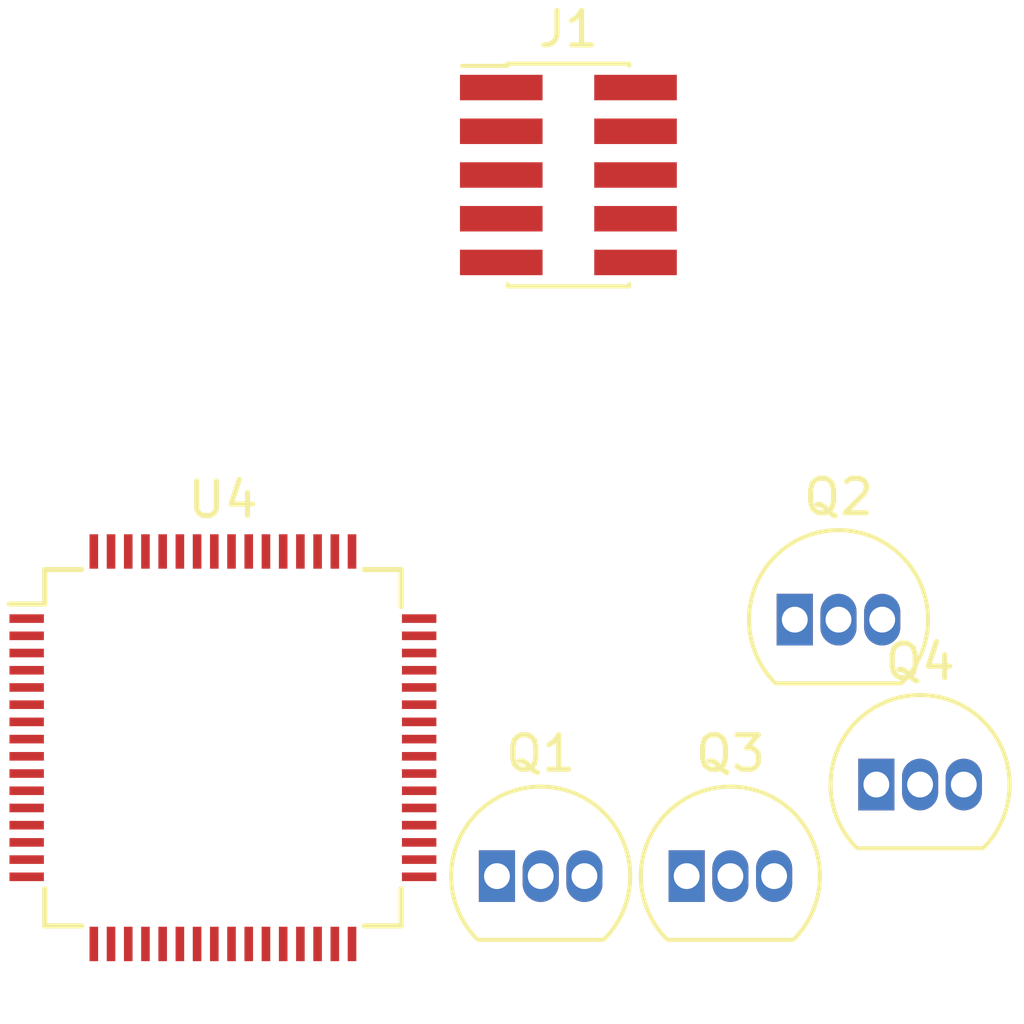
<source format=kicad_pcb>
(kicad_pcb (version 20171130) (host pcbnew "(5.0.1)-4")

  (general
    (thickness 1.6)
    (drawings 0)
    (tracks 0)
    (zones 0)
    (modules 6)
    (nets 83)
  )

  (page A4)
  (layers
    (0 F.Cu signal)
    (31 B.Cu signal)
    (32 B.Adhes user)
    (33 F.Adhes user)
    (34 B.Paste user)
    (35 F.Paste user)
    (36 B.SilkS user)
    (37 F.SilkS user)
    (38 B.Mask user)
    (39 F.Mask user)
    (40 Dwgs.User user)
    (41 Cmts.User user)
    (42 Eco1.User user)
    (43 Eco2.User user)
    (44 Edge.Cuts user)
    (45 Margin user)
    (46 B.CrtYd user)
    (47 F.CrtYd user)
    (48 B.Fab user)
    (49 F.Fab user)
  )

  (setup
    (last_trace_width 0.25)
    (trace_clearance 0.2)
    (zone_clearance 0.508)
    (zone_45_only no)
    (trace_min 0.2)
    (segment_width 0.2)
    (edge_width 0.1)
    (via_size 0.8)
    (via_drill 0.4)
    (via_min_size 0.4)
    (via_min_drill 0.3)
    (uvia_size 0.3)
    (uvia_drill 0.1)
    (uvias_allowed no)
    (uvia_min_size 0.2)
    (uvia_min_drill 0.1)
    (pcb_text_width 0.3)
    (pcb_text_size 1.5 1.5)
    (mod_edge_width 0.15)
    (mod_text_size 1 1)
    (mod_text_width 0.15)
    (pad_size 1.5 1.5)
    (pad_drill 0.6)
    (pad_to_mask_clearance 0)
    (solder_mask_min_width 0.25)
    (aux_axis_origin 0 0)
    (visible_elements 7FFFFFFF)
    (pcbplotparams
      (layerselection 0x010fc_ffffffff)
      (usegerberextensions false)
      (usegerberattributes false)
      (usegerberadvancedattributes false)
      (creategerberjobfile false)
      (excludeedgelayer true)
      (linewidth 0.100000)
      (plotframeref false)
      (viasonmask false)
      (mode 1)
      (useauxorigin false)
      (hpglpennumber 1)
      (hpglpenspeed 20)
      (hpglpendiameter 15.000000)
      (psnegative false)
      (psa4output false)
      (plotreference true)
      (plotvalue true)
      (plotinvisibletext false)
      (padsonsilk false)
      (subtractmaskfromsilk false)
      (outputformat 1)
      (mirror false)
      (drillshape 1)
      (scaleselection 1)
      (outputdirectory ""))
  )

  (net 0 "")
  (net 1 "Net-(J1-Pad1)")
  (net 2 "Net-(J1-Pad2)")
  (net 3 "Net-(J1-Pad3)")
  (net 4 "Net-(J1-Pad4)")
  (net 5 "Net-(J1-Pad6)")
  (net 6 "Net-(J1-Pad7)")
  (net 7 "Net-(J1-Pad8)")
  (net 8 "Net-(J1-Pad9)")
  (net 9 "Net-(J1-Pad10)")
  (net 10 "Net-(Q1-Pad2)")
  (net 11 "Net-(Q1-Pad3)")
  (net 12 "Net-(D3-Pad2)")
  (net 13 "Net-(D2-Pad2)")
  (net 14 "Net-(Q2-Pad3)")
  (net 15 "Net-(Q2-Pad2)")
  (net 16 "Net-(Q3-Pad3)")
  (net 17 "Net-(Q3-Pad2)")
  (net 18 GND)
  (net 19 "Net-(U4-Pad1)")
  (net 20 "Net-(U4-Pad2)")
  (net 21 "Net-(U4-Pad3)")
  (net 22 "Net-(U4-Pad4)")
  (net 23 "Net-(U4-Pad5)")
  (net 24 "Net-(U4-Pad6)")
  (net 25 "Net-(U4-Pad7)")
  (net 26 "Net-(U4-Pad8)")
  (net 27 "Net-(U4-Pad9)")
  (net 28 "Net-(U4-Pad10)")
  (net 29 "Net-(U4-Pad11)")
  (net 30 "Net-(U4-Pad12)")
  (net 31 "Net-(U4-Pad13)")
  (net 32 "Net-(U4-Pad14)")
  (net 33 "Net-(U4-Pad15)")
  (net 34 "Net-(U4-Pad16)")
  (net 35 "Net-(U4-Pad17)")
  (net 36 "Net-(U4-Pad18)")
  (net 37 "Net-(U4-Pad19)")
  (net 38 "Net-(U4-Pad20)")
  (net 39 "Net-(U4-Pad21)")
  (net 40 "Net-(U4-Pad22)")
  (net 41 "Net-(U4-Pad23)")
  (net 42 "Net-(U4-Pad24)")
  (net 43 "Net-(U4-Pad25)")
  (net 44 "Net-(U4-Pad26)")
  (net 45 "Net-(U4-Pad27)")
  (net 46 "Net-(U4-Pad28)")
  (net 47 "Net-(U4-Pad29)")
  (net 48 "Net-(U4-Pad30)")
  (net 49 "Net-(U4-Pad31)")
  (net 50 "Net-(U4-Pad32)")
  (net 51 "Net-(U4-Pad33)")
  (net 52 "Net-(U4-Pad34)")
  (net 53 "Net-(U4-Pad35)")
  (net 54 "Net-(U4-Pad36)")
  (net 55 "Net-(U4-Pad37)")
  (net 56 "Net-(U4-Pad38)")
  (net 57 "Net-(U4-Pad39)")
  (net 58 "Net-(U4-Pad40)")
  (net 59 "Net-(U4-Pad41)")
  (net 60 "Net-(U4-Pad42)")
  (net 61 "Net-(U4-Pad43)")
  (net 62 "Net-(U4-Pad44)")
  (net 63 "Net-(U4-Pad45)")
  (net 64 "Net-(U4-Pad46)")
  (net 65 "Net-(U4-Pad47)")
  (net 66 "Net-(U4-Pad48)")
  (net 67 "Net-(U4-Pad49)")
  (net 68 "Net-(U4-Pad50)")
  (net 69 "Net-(U4-Pad51)")
  (net 70 "Net-(U4-Pad52)")
  (net 71 "Net-(U4-Pad53)")
  (net 72 "Net-(U4-Pad54)")
  (net 73 "Net-(U4-Pad55)")
  (net 74 "Net-(U4-Pad56)")
  (net 75 "Net-(U4-Pad57)")
  (net 76 "Net-(U4-Pad58)")
  (net 77 "Net-(U4-Pad59)")
  (net 78 "Net-(U4-Pad60)")
  (net 79 "Net-(U4-Pad61)")
  (net 80 "Net-(U4-Pad62)")
  (net 81 "Net-(U4-Pad63)")
  (net 82 "Net-(U4-Pad64)")

  (net_class Default "This is the default net class."
    (clearance 0.2)
    (trace_width 0.25)
    (via_dia 0.8)
    (via_drill 0.4)
    (uvia_dia 0.3)
    (uvia_drill 0.1)
    (add_net GND)
    (add_net "Net-(D2-Pad2)")
    (add_net "Net-(D3-Pad2)")
    (add_net "Net-(J1-Pad1)")
    (add_net "Net-(J1-Pad10)")
    (add_net "Net-(J1-Pad2)")
    (add_net "Net-(J1-Pad3)")
    (add_net "Net-(J1-Pad4)")
    (add_net "Net-(J1-Pad6)")
    (add_net "Net-(J1-Pad7)")
    (add_net "Net-(J1-Pad8)")
    (add_net "Net-(J1-Pad9)")
    (add_net "Net-(Q1-Pad2)")
    (add_net "Net-(Q1-Pad3)")
    (add_net "Net-(Q2-Pad2)")
    (add_net "Net-(Q2-Pad3)")
    (add_net "Net-(Q3-Pad2)")
    (add_net "Net-(Q3-Pad3)")
    (add_net "Net-(U4-Pad1)")
    (add_net "Net-(U4-Pad10)")
    (add_net "Net-(U4-Pad11)")
    (add_net "Net-(U4-Pad12)")
    (add_net "Net-(U4-Pad13)")
    (add_net "Net-(U4-Pad14)")
    (add_net "Net-(U4-Pad15)")
    (add_net "Net-(U4-Pad16)")
    (add_net "Net-(U4-Pad17)")
    (add_net "Net-(U4-Pad18)")
    (add_net "Net-(U4-Pad19)")
    (add_net "Net-(U4-Pad2)")
    (add_net "Net-(U4-Pad20)")
    (add_net "Net-(U4-Pad21)")
    (add_net "Net-(U4-Pad22)")
    (add_net "Net-(U4-Pad23)")
    (add_net "Net-(U4-Pad24)")
    (add_net "Net-(U4-Pad25)")
    (add_net "Net-(U4-Pad26)")
    (add_net "Net-(U4-Pad27)")
    (add_net "Net-(U4-Pad28)")
    (add_net "Net-(U4-Pad29)")
    (add_net "Net-(U4-Pad3)")
    (add_net "Net-(U4-Pad30)")
    (add_net "Net-(U4-Pad31)")
    (add_net "Net-(U4-Pad32)")
    (add_net "Net-(U4-Pad33)")
    (add_net "Net-(U4-Pad34)")
    (add_net "Net-(U4-Pad35)")
    (add_net "Net-(U4-Pad36)")
    (add_net "Net-(U4-Pad37)")
    (add_net "Net-(U4-Pad38)")
    (add_net "Net-(U4-Pad39)")
    (add_net "Net-(U4-Pad4)")
    (add_net "Net-(U4-Pad40)")
    (add_net "Net-(U4-Pad41)")
    (add_net "Net-(U4-Pad42)")
    (add_net "Net-(U4-Pad43)")
    (add_net "Net-(U4-Pad44)")
    (add_net "Net-(U4-Pad45)")
    (add_net "Net-(U4-Pad46)")
    (add_net "Net-(U4-Pad47)")
    (add_net "Net-(U4-Pad48)")
    (add_net "Net-(U4-Pad49)")
    (add_net "Net-(U4-Pad5)")
    (add_net "Net-(U4-Pad50)")
    (add_net "Net-(U4-Pad51)")
    (add_net "Net-(U4-Pad52)")
    (add_net "Net-(U4-Pad53)")
    (add_net "Net-(U4-Pad54)")
    (add_net "Net-(U4-Pad55)")
    (add_net "Net-(U4-Pad56)")
    (add_net "Net-(U4-Pad57)")
    (add_net "Net-(U4-Pad58)")
    (add_net "Net-(U4-Pad59)")
    (add_net "Net-(U4-Pad6)")
    (add_net "Net-(U4-Pad60)")
    (add_net "Net-(U4-Pad61)")
    (add_net "Net-(U4-Pad62)")
    (add_net "Net-(U4-Pad63)")
    (add_net "Net-(U4-Pad64)")
    (add_net "Net-(U4-Pad7)")
    (add_net "Net-(U4-Pad8)")
    (add_net "Net-(U4-Pad9)")
  )

  (module Connector_PinHeader_1.27mm:PinHeader_2x05_P1.27mm_Vertical_SMD (layer F.Cu) (tedit 59FED6E3) (tstamp 5DC1E348)
    (at 144.78 72.39)
    (descr "surface-mounted straight pin header, 2x05, 1.27mm pitch, double rows")
    (tags "Surface mounted pin header SMD 2x05 1.27mm double row")
    (path /5DBDB46B)
    (attr smd)
    (fp_text reference J1 (at 0 -4.235) (layer F.SilkS)
      (effects (font (size 1 1) (thickness 0.15)))
    )
    (fp_text value Conn_ARM_JTAG_SWD_10 (at 0 4.235) (layer F.Fab)
      (effects (font (size 1 1) (thickness 0.15)))
    )
    (fp_line (start 1.705 3.175) (end -1.705 3.175) (layer F.Fab) (width 0.1))
    (fp_line (start -1.27 -3.175) (end 1.705 -3.175) (layer F.Fab) (width 0.1))
    (fp_line (start -1.705 3.175) (end -1.705 -2.74) (layer F.Fab) (width 0.1))
    (fp_line (start -1.705 -2.74) (end -1.27 -3.175) (layer F.Fab) (width 0.1))
    (fp_line (start 1.705 -3.175) (end 1.705 3.175) (layer F.Fab) (width 0.1))
    (fp_line (start -1.705 -2.74) (end -2.75 -2.74) (layer F.Fab) (width 0.1))
    (fp_line (start -2.75 -2.74) (end -2.75 -2.34) (layer F.Fab) (width 0.1))
    (fp_line (start -2.75 -2.34) (end -1.705 -2.34) (layer F.Fab) (width 0.1))
    (fp_line (start 1.705 -2.74) (end 2.75 -2.74) (layer F.Fab) (width 0.1))
    (fp_line (start 2.75 -2.74) (end 2.75 -2.34) (layer F.Fab) (width 0.1))
    (fp_line (start 2.75 -2.34) (end 1.705 -2.34) (layer F.Fab) (width 0.1))
    (fp_line (start -1.705 -1.47) (end -2.75 -1.47) (layer F.Fab) (width 0.1))
    (fp_line (start -2.75 -1.47) (end -2.75 -1.07) (layer F.Fab) (width 0.1))
    (fp_line (start -2.75 -1.07) (end -1.705 -1.07) (layer F.Fab) (width 0.1))
    (fp_line (start 1.705 -1.47) (end 2.75 -1.47) (layer F.Fab) (width 0.1))
    (fp_line (start 2.75 -1.47) (end 2.75 -1.07) (layer F.Fab) (width 0.1))
    (fp_line (start 2.75 -1.07) (end 1.705 -1.07) (layer F.Fab) (width 0.1))
    (fp_line (start -1.705 -0.2) (end -2.75 -0.2) (layer F.Fab) (width 0.1))
    (fp_line (start -2.75 -0.2) (end -2.75 0.2) (layer F.Fab) (width 0.1))
    (fp_line (start -2.75 0.2) (end -1.705 0.2) (layer F.Fab) (width 0.1))
    (fp_line (start 1.705 -0.2) (end 2.75 -0.2) (layer F.Fab) (width 0.1))
    (fp_line (start 2.75 -0.2) (end 2.75 0.2) (layer F.Fab) (width 0.1))
    (fp_line (start 2.75 0.2) (end 1.705 0.2) (layer F.Fab) (width 0.1))
    (fp_line (start -1.705 1.07) (end -2.75 1.07) (layer F.Fab) (width 0.1))
    (fp_line (start -2.75 1.07) (end -2.75 1.47) (layer F.Fab) (width 0.1))
    (fp_line (start -2.75 1.47) (end -1.705 1.47) (layer F.Fab) (width 0.1))
    (fp_line (start 1.705 1.07) (end 2.75 1.07) (layer F.Fab) (width 0.1))
    (fp_line (start 2.75 1.07) (end 2.75 1.47) (layer F.Fab) (width 0.1))
    (fp_line (start 2.75 1.47) (end 1.705 1.47) (layer F.Fab) (width 0.1))
    (fp_line (start -1.705 2.34) (end -2.75 2.34) (layer F.Fab) (width 0.1))
    (fp_line (start -2.75 2.34) (end -2.75 2.74) (layer F.Fab) (width 0.1))
    (fp_line (start -2.75 2.74) (end -1.705 2.74) (layer F.Fab) (width 0.1))
    (fp_line (start 1.705 2.34) (end 2.75 2.34) (layer F.Fab) (width 0.1))
    (fp_line (start 2.75 2.34) (end 2.75 2.74) (layer F.Fab) (width 0.1))
    (fp_line (start 2.75 2.74) (end 1.705 2.74) (layer F.Fab) (width 0.1))
    (fp_line (start -1.765 -3.235) (end 1.765 -3.235) (layer F.SilkS) (width 0.12))
    (fp_line (start -1.765 3.235) (end 1.765 3.235) (layer F.SilkS) (width 0.12))
    (fp_line (start -3.09 -3.17) (end -1.765 -3.17) (layer F.SilkS) (width 0.12))
    (fp_line (start -1.765 -3.235) (end -1.765 -3.17) (layer F.SilkS) (width 0.12))
    (fp_line (start 1.765 -3.235) (end 1.765 -3.17) (layer F.SilkS) (width 0.12))
    (fp_line (start -1.765 3.17) (end -1.765 3.235) (layer F.SilkS) (width 0.12))
    (fp_line (start 1.765 3.17) (end 1.765 3.235) (layer F.SilkS) (width 0.12))
    (fp_line (start -4.3 -3.7) (end -4.3 3.7) (layer F.CrtYd) (width 0.05))
    (fp_line (start -4.3 3.7) (end 4.3 3.7) (layer F.CrtYd) (width 0.05))
    (fp_line (start 4.3 3.7) (end 4.3 -3.7) (layer F.CrtYd) (width 0.05))
    (fp_line (start 4.3 -3.7) (end -4.3 -3.7) (layer F.CrtYd) (width 0.05))
    (fp_text user %R (at 0 0 90) (layer F.Fab)
      (effects (font (size 1 1) (thickness 0.15)))
    )
    (pad 1 smd rect (at -1.95 -2.54) (size 2.4 0.74) (layers F.Cu F.Paste F.Mask)
      (net 1 "Net-(J1-Pad1)"))
    (pad 2 smd rect (at 1.95 -2.54) (size 2.4 0.74) (layers F.Cu F.Paste F.Mask)
      (net 2 "Net-(J1-Pad2)"))
    (pad 3 smd rect (at -1.95 -1.27) (size 2.4 0.74) (layers F.Cu F.Paste F.Mask)
      (net 3 "Net-(J1-Pad3)"))
    (pad 4 smd rect (at 1.95 -1.27) (size 2.4 0.74) (layers F.Cu F.Paste F.Mask)
      (net 4 "Net-(J1-Pad4)"))
    (pad 5 smd rect (at -1.95 0) (size 2.4 0.74) (layers F.Cu F.Paste F.Mask)
      (net 3 "Net-(J1-Pad3)"))
    (pad 6 smd rect (at 1.95 0) (size 2.4 0.74) (layers F.Cu F.Paste F.Mask)
      (net 5 "Net-(J1-Pad6)"))
    (pad 7 smd rect (at -1.95 1.27) (size 2.4 0.74) (layers F.Cu F.Paste F.Mask)
      (net 6 "Net-(J1-Pad7)"))
    (pad 8 smd rect (at 1.95 1.27) (size 2.4 0.74) (layers F.Cu F.Paste F.Mask)
      (net 7 "Net-(J1-Pad8)"))
    (pad 9 smd rect (at -1.95 2.54) (size 2.4 0.74) (layers F.Cu F.Paste F.Mask)
      (net 8 "Net-(J1-Pad9)"))
    (pad 10 smd rect (at 1.95 2.54) (size 2.4 0.74) (layers F.Cu F.Paste F.Mask)
      (net 9 "Net-(J1-Pad10)"))
    (model ${KISYS3DMOD}/Connector_PinHeader_1.27mm.3dshapes/PinHeader_2x05_P1.27mm_Vertical_SMD.wrl
      (at (xyz 0 0 0))
      (scale (xyz 1 1 1))
      (rotate (xyz 0 0 0))
    )
  )

  (module Package_TO_SOT_THT:TO-92_Inline (layer F.Cu) (tedit 5A1DD157) (tstamp 5DC1E35A)
    (at 142.705001 92.755001)
    (descr "TO-92 leads in-line, narrow, oval pads, drill 0.75mm (see NXP sot054_po.pdf)")
    (tags "to-92 sc-43 sc-43a sot54 PA33 transistor")
    (path /5DC24BED)
    (fp_text reference Q1 (at 1.27 -3.56) (layer F.SilkS)
      (effects (font (size 1 1) (thickness 0.15)))
    )
    (fp_text value 2N3904 (at 1.27 2.79) (layer F.Fab)
      (effects (font (size 1 1) (thickness 0.15)))
    )
    (fp_text user %R (at 1.27 -3.56) (layer F.Fab)
      (effects (font (size 1 1) (thickness 0.15)))
    )
    (fp_line (start -0.53 1.85) (end 3.07 1.85) (layer F.SilkS) (width 0.12))
    (fp_line (start -0.5 1.75) (end 3 1.75) (layer F.Fab) (width 0.1))
    (fp_line (start -1.46 -2.73) (end 4 -2.73) (layer F.CrtYd) (width 0.05))
    (fp_line (start -1.46 -2.73) (end -1.46 2.01) (layer F.CrtYd) (width 0.05))
    (fp_line (start 4 2.01) (end 4 -2.73) (layer F.CrtYd) (width 0.05))
    (fp_line (start 4 2.01) (end -1.46 2.01) (layer F.CrtYd) (width 0.05))
    (fp_arc (start 1.27 0) (end 1.27 -2.48) (angle 135) (layer F.Fab) (width 0.1))
    (fp_arc (start 1.27 0) (end 1.27 -2.6) (angle -135) (layer F.SilkS) (width 0.12))
    (fp_arc (start 1.27 0) (end 1.27 -2.48) (angle -135) (layer F.Fab) (width 0.1))
    (fp_arc (start 1.27 0) (end 1.27 -2.6) (angle 135) (layer F.SilkS) (width 0.12))
    (pad 2 thru_hole oval (at 1.27 0) (size 1.05 1.5) (drill 0.75) (layers *.Cu *.Mask)
      (net 10 "Net-(Q1-Pad2)"))
    (pad 3 thru_hole oval (at 2.54 0) (size 1.05 1.5) (drill 0.75) (layers *.Cu *.Mask)
      (net 11 "Net-(Q1-Pad3)"))
    (pad 1 thru_hole rect (at 0 0) (size 1.05 1.5) (drill 0.75) (layers *.Cu *.Mask)
      (net 12 "Net-(D3-Pad2)"))
    (model ${KISYS3DMOD}/Package_TO_SOT_THT.3dshapes/TO-92_Inline.wrl
      (at (xyz 0 0 0))
      (scale (xyz 1 1 1))
      (rotate (xyz 0 0 0))
    )
  )

  (module Package_TO_SOT_THT:TO-92_Inline (layer F.Cu) (tedit 5A1DD157) (tstamp 5DC1E36C)
    (at 151.355001 85.305001)
    (descr "TO-92 leads in-line, narrow, oval pads, drill 0.75mm (see NXP sot054_po.pdf)")
    (tags "to-92 sc-43 sc-43a sot54 PA33 transistor")
    (path /5DC1DE67)
    (fp_text reference Q2 (at 1.27 -3.56) (layer F.SilkS)
      (effects (font (size 1 1) (thickness 0.15)))
    )
    (fp_text value 2N3904 (at 1.27 2.79) (layer F.Fab)
      (effects (font (size 1 1) (thickness 0.15)))
    )
    (fp_arc (start 1.27 0) (end 1.27 -2.6) (angle 135) (layer F.SilkS) (width 0.12))
    (fp_arc (start 1.27 0) (end 1.27 -2.48) (angle -135) (layer F.Fab) (width 0.1))
    (fp_arc (start 1.27 0) (end 1.27 -2.6) (angle -135) (layer F.SilkS) (width 0.12))
    (fp_arc (start 1.27 0) (end 1.27 -2.48) (angle 135) (layer F.Fab) (width 0.1))
    (fp_line (start 4 2.01) (end -1.46 2.01) (layer F.CrtYd) (width 0.05))
    (fp_line (start 4 2.01) (end 4 -2.73) (layer F.CrtYd) (width 0.05))
    (fp_line (start -1.46 -2.73) (end -1.46 2.01) (layer F.CrtYd) (width 0.05))
    (fp_line (start -1.46 -2.73) (end 4 -2.73) (layer F.CrtYd) (width 0.05))
    (fp_line (start -0.5 1.75) (end 3 1.75) (layer F.Fab) (width 0.1))
    (fp_line (start -0.53 1.85) (end 3.07 1.85) (layer F.SilkS) (width 0.12))
    (fp_text user %R (at 1.27 -3.56) (layer F.Fab)
      (effects (font (size 1 1) (thickness 0.15)))
    )
    (pad 1 thru_hole rect (at 0 0) (size 1.05 1.5) (drill 0.75) (layers *.Cu *.Mask)
      (net 13 "Net-(D2-Pad2)"))
    (pad 3 thru_hole oval (at 2.54 0) (size 1.05 1.5) (drill 0.75) (layers *.Cu *.Mask)
      (net 14 "Net-(Q2-Pad3)"))
    (pad 2 thru_hole oval (at 1.27 0) (size 1.05 1.5) (drill 0.75) (layers *.Cu *.Mask)
      (net 15 "Net-(Q2-Pad2)"))
    (model ${KISYS3DMOD}/Package_TO_SOT_THT.3dshapes/TO-92_Inline.wrl
      (at (xyz 0 0 0))
      (scale (xyz 1 1 1))
      (rotate (xyz 0 0 0))
    )
  )

  (module Package_TO_SOT_THT:TO-92_Inline (layer F.Cu) (tedit 5A1DD157) (tstamp 5DC1E37E)
    (at 148.215001 92.755001)
    (descr "TO-92 leads in-line, narrow, oval pads, drill 0.75mm (see NXP sot054_po.pdf)")
    (tags "to-92 sc-43 sc-43a sot54 PA33 transistor")
    (path /5DC25E95)
    (fp_text reference Q3 (at 1.27 -3.56) (layer F.SilkS)
      (effects (font (size 1 1) (thickness 0.15)))
    )
    (fp_text value 2N3904 (at 1.27 2.79) (layer F.Fab)
      (effects (font (size 1 1) (thickness 0.15)))
    )
    (fp_arc (start 1.27 0) (end 1.27 -2.6) (angle 135) (layer F.SilkS) (width 0.12))
    (fp_arc (start 1.27 0) (end 1.27 -2.48) (angle -135) (layer F.Fab) (width 0.1))
    (fp_arc (start 1.27 0) (end 1.27 -2.6) (angle -135) (layer F.SilkS) (width 0.12))
    (fp_arc (start 1.27 0) (end 1.27 -2.48) (angle 135) (layer F.Fab) (width 0.1))
    (fp_line (start 4 2.01) (end -1.46 2.01) (layer F.CrtYd) (width 0.05))
    (fp_line (start 4 2.01) (end 4 -2.73) (layer F.CrtYd) (width 0.05))
    (fp_line (start -1.46 -2.73) (end -1.46 2.01) (layer F.CrtYd) (width 0.05))
    (fp_line (start -1.46 -2.73) (end 4 -2.73) (layer F.CrtYd) (width 0.05))
    (fp_line (start -0.5 1.75) (end 3 1.75) (layer F.Fab) (width 0.1))
    (fp_line (start -0.53 1.85) (end 3.07 1.85) (layer F.SilkS) (width 0.12))
    (fp_text user %R (at 1.27 -3.56) (layer F.Fab)
      (effects (font (size 1 1) (thickness 0.15)))
    )
    (pad 1 thru_hole rect (at 0 0) (size 1.05 1.5) (drill 0.75) (layers *.Cu *.Mask)
      (net 11 "Net-(Q1-Pad3)"))
    (pad 3 thru_hole oval (at 2.54 0) (size 1.05 1.5) (drill 0.75) (layers *.Cu *.Mask)
      (net 16 "Net-(Q3-Pad3)"))
    (pad 2 thru_hole oval (at 1.27 0) (size 1.05 1.5) (drill 0.75) (layers *.Cu *.Mask)
      (net 17 "Net-(Q3-Pad2)"))
    (model ${KISYS3DMOD}/Package_TO_SOT_THT.3dshapes/TO-92_Inline.wrl
      (at (xyz 0 0 0))
      (scale (xyz 1 1 1))
      (rotate (xyz 0 0 0))
    )
  )

  (module Package_TO_SOT_THT:TO-92_Inline (layer F.Cu) (tedit 5A1DD157) (tstamp 5DC1E390)
    (at 153.725001 90.095001)
    (descr "TO-92 leads in-line, narrow, oval pads, drill 0.75mm (see NXP sot054_po.pdf)")
    (tags "to-92 sc-43 sc-43a sot54 PA33 transistor")
    (path /5DC2AA61)
    (fp_text reference Q4 (at 1.27 -3.56) (layer F.SilkS)
      (effects (font (size 1 1) (thickness 0.15)))
    )
    (fp_text value 2N3904 (at 1.27 2.79) (layer F.Fab)
      (effects (font (size 1 1) (thickness 0.15)))
    )
    (fp_text user %R (at 1.27 -3.56) (layer F.Fab)
      (effects (font (size 1 1) (thickness 0.15)))
    )
    (fp_line (start -0.53 1.85) (end 3.07 1.85) (layer F.SilkS) (width 0.12))
    (fp_line (start -0.5 1.75) (end 3 1.75) (layer F.Fab) (width 0.1))
    (fp_line (start -1.46 -2.73) (end 4 -2.73) (layer F.CrtYd) (width 0.05))
    (fp_line (start -1.46 -2.73) (end -1.46 2.01) (layer F.CrtYd) (width 0.05))
    (fp_line (start 4 2.01) (end 4 -2.73) (layer F.CrtYd) (width 0.05))
    (fp_line (start 4 2.01) (end -1.46 2.01) (layer F.CrtYd) (width 0.05))
    (fp_arc (start 1.27 0) (end 1.27 -2.48) (angle 135) (layer F.Fab) (width 0.1))
    (fp_arc (start 1.27 0) (end 1.27 -2.6) (angle -135) (layer F.SilkS) (width 0.12))
    (fp_arc (start 1.27 0) (end 1.27 -2.48) (angle -135) (layer F.Fab) (width 0.1))
    (fp_arc (start 1.27 0) (end 1.27 -2.6) (angle 135) (layer F.SilkS) (width 0.12))
    (pad 2 thru_hole oval (at 1.27 0) (size 1.05 1.5) (drill 0.75) (layers *.Cu *.Mask)
      (net 17 "Net-(Q3-Pad2)"))
    (pad 3 thru_hole oval (at 2.54 0) (size 1.05 1.5) (drill 0.75) (layers *.Cu *.Mask)
      (net 15 "Net-(Q2-Pad2)"))
    (pad 1 thru_hole rect (at 0 0) (size 1.05 1.5) (drill 0.75) (layers *.Cu *.Mask)
      (net 18 GND))
    (model ${KISYS3DMOD}/Package_TO_SOT_THT.3dshapes/TO-92_Inline.wrl
      (at (xyz 0 0 0))
      (scale (xyz 1 1 1))
      (rotate (xyz 0 0 0))
    )
  )

  (module Package_QFP:LQFP-64_10x10mm_P0.5mm (layer F.Cu) (tedit 5A02F146) (tstamp 5DC1E3E7)
    (at 134.745001 89.025001)
    (descr "64 LEAD LQFP 10x10mm (see MICREL LQFP10x10-64LD-PL-1.pdf)")
    (tags "QFP 0.5")
    (path /5DBDB311)
    (attr smd)
    (fp_text reference U4 (at 0 -7.2) (layer F.SilkS)
      (effects (font (size 1 1) (thickness 0.15)))
    )
    (fp_text value STM32F072RBTx (at 0 7.2) (layer F.Fab)
      (effects (font (size 1 1) (thickness 0.15)))
    )
    (fp_text user %R (at 0 0) (layer F.Fab)
      (effects (font (size 1 1) (thickness 0.15)))
    )
    (fp_line (start -4 -5) (end 5 -5) (layer F.Fab) (width 0.15))
    (fp_line (start 5 -5) (end 5 5) (layer F.Fab) (width 0.15))
    (fp_line (start 5 5) (end -5 5) (layer F.Fab) (width 0.15))
    (fp_line (start -5 5) (end -5 -4) (layer F.Fab) (width 0.15))
    (fp_line (start -5 -4) (end -4 -5) (layer F.Fab) (width 0.15))
    (fp_line (start -6.45 -6.45) (end -6.45 6.45) (layer F.CrtYd) (width 0.05))
    (fp_line (start 6.45 -6.45) (end 6.45 6.45) (layer F.CrtYd) (width 0.05))
    (fp_line (start -6.45 -6.45) (end 6.45 -6.45) (layer F.CrtYd) (width 0.05))
    (fp_line (start -6.45 6.45) (end 6.45 6.45) (layer F.CrtYd) (width 0.05))
    (fp_line (start -5.175 -5.175) (end -5.175 -4.175) (layer F.SilkS) (width 0.15))
    (fp_line (start 5.175 -5.175) (end 5.175 -4.1) (layer F.SilkS) (width 0.15))
    (fp_line (start 5.175 5.175) (end 5.175 4.1) (layer F.SilkS) (width 0.15))
    (fp_line (start -5.175 5.175) (end -5.175 4.1) (layer F.SilkS) (width 0.15))
    (fp_line (start -5.175 -5.175) (end -4.1 -5.175) (layer F.SilkS) (width 0.15))
    (fp_line (start -5.175 5.175) (end -4.1 5.175) (layer F.SilkS) (width 0.15))
    (fp_line (start 5.175 5.175) (end 4.1 5.175) (layer F.SilkS) (width 0.15))
    (fp_line (start 5.175 -5.175) (end 4.1 -5.175) (layer F.SilkS) (width 0.15))
    (fp_line (start -5.175 -4.175) (end -6.2 -4.175) (layer F.SilkS) (width 0.15))
    (pad 1 smd rect (at -5.7 -3.75) (size 1 0.25) (layers F.Cu F.Paste F.Mask)
      (net 19 "Net-(U4-Pad1)"))
    (pad 2 smd rect (at -5.7 -3.25) (size 1 0.25) (layers F.Cu F.Paste F.Mask)
      (net 20 "Net-(U4-Pad2)"))
    (pad 3 smd rect (at -5.7 -2.75) (size 1 0.25) (layers F.Cu F.Paste F.Mask)
      (net 21 "Net-(U4-Pad3)"))
    (pad 4 smd rect (at -5.7 -2.25) (size 1 0.25) (layers F.Cu F.Paste F.Mask)
      (net 22 "Net-(U4-Pad4)"))
    (pad 5 smd rect (at -5.7 -1.75) (size 1 0.25) (layers F.Cu F.Paste F.Mask)
      (net 23 "Net-(U4-Pad5)"))
    (pad 6 smd rect (at -5.7 -1.25) (size 1 0.25) (layers F.Cu F.Paste F.Mask)
      (net 24 "Net-(U4-Pad6)"))
    (pad 7 smd rect (at -5.7 -0.75) (size 1 0.25) (layers F.Cu F.Paste F.Mask)
      (net 25 "Net-(U4-Pad7)"))
    (pad 8 smd rect (at -5.7 -0.25) (size 1 0.25) (layers F.Cu F.Paste F.Mask)
      (net 26 "Net-(U4-Pad8)"))
    (pad 9 smd rect (at -5.7 0.25) (size 1 0.25) (layers F.Cu F.Paste F.Mask)
      (net 27 "Net-(U4-Pad9)"))
    (pad 10 smd rect (at -5.7 0.75) (size 1 0.25) (layers F.Cu F.Paste F.Mask)
      (net 28 "Net-(U4-Pad10)"))
    (pad 11 smd rect (at -5.7 1.25) (size 1 0.25) (layers F.Cu F.Paste F.Mask)
      (net 29 "Net-(U4-Pad11)"))
    (pad 12 smd rect (at -5.7 1.75) (size 1 0.25) (layers F.Cu F.Paste F.Mask)
      (net 30 "Net-(U4-Pad12)"))
    (pad 13 smd rect (at -5.7 2.25) (size 1 0.25) (layers F.Cu F.Paste F.Mask)
      (net 31 "Net-(U4-Pad13)"))
    (pad 14 smd rect (at -5.7 2.75) (size 1 0.25) (layers F.Cu F.Paste F.Mask)
      (net 32 "Net-(U4-Pad14)"))
    (pad 15 smd rect (at -5.7 3.25) (size 1 0.25) (layers F.Cu F.Paste F.Mask)
      (net 33 "Net-(U4-Pad15)"))
    (pad 16 smd rect (at -5.7 3.75) (size 1 0.25) (layers F.Cu F.Paste F.Mask)
      (net 34 "Net-(U4-Pad16)"))
    (pad 17 smd rect (at -3.75 5.7 90) (size 1 0.25) (layers F.Cu F.Paste F.Mask)
      (net 35 "Net-(U4-Pad17)"))
    (pad 18 smd rect (at -3.25 5.7 90) (size 1 0.25) (layers F.Cu F.Paste F.Mask)
      (net 36 "Net-(U4-Pad18)"))
    (pad 19 smd rect (at -2.75 5.7 90) (size 1 0.25) (layers F.Cu F.Paste F.Mask)
      (net 37 "Net-(U4-Pad19)"))
    (pad 20 smd rect (at -2.25 5.7 90) (size 1 0.25) (layers F.Cu F.Paste F.Mask)
      (net 38 "Net-(U4-Pad20)"))
    (pad 21 smd rect (at -1.75 5.7 90) (size 1 0.25) (layers F.Cu F.Paste F.Mask)
      (net 39 "Net-(U4-Pad21)"))
    (pad 22 smd rect (at -1.25 5.7 90) (size 1 0.25) (layers F.Cu F.Paste F.Mask)
      (net 40 "Net-(U4-Pad22)"))
    (pad 23 smd rect (at -0.75 5.7 90) (size 1 0.25) (layers F.Cu F.Paste F.Mask)
      (net 41 "Net-(U4-Pad23)"))
    (pad 24 smd rect (at -0.25 5.7 90) (size 1 0.25) (layers F.Cu F.Paste F.Mask)
      (net 42 "Net-(U4-Pad24)"))
    (pad 25 smd rect (at 0.25 5.7 90) (size 1 0.25) (layers F.Cu F.Paste F.Mask)
      (net 43 "Net-(U4-Pad25)"))
    (pad 26 smd rect (at 0.75 5.7 90) (size 1 0.25) (layers F.Cu F.Paste F.Mask)
      (net 44 "Net-(U4-Pad26)"))
    (pad 27 smd rect (at 1.25 5.7 90) (size 1 0.25) (layers F.Cu F.Paste F.Mask)
      (net 45 "Net-(U4-Pad27)"))
    (pad 28 smd rect (at 1.75 5.7 90) (size 1 0.25) (layers F.Cu F.Paste F.Mask)
      (net 46 "Net-(U4-Pad28)"))
    (pad 29 smd rect (at 2.25 5.7 90) (size 1 0.25) (layers F.Cu F.Paste F.Mask)
      (net 47 "Net-(U4-Pad29)"))
    (pad 30 smd rect (at 2.75 5.7 90) (size 1 0.25) (layers F.Cu F.Paste F.Mask)
      (net 48 "Net-(U4-Pad30)"))
    (pad 31 smd rect (at 3.25 5.7 90) (size 1 0.25) (layers F.Cu F.Paste F.Mask)
      (net 49 "Net-(U4-Pad31)"))
    (pad 32 smd rect (at 3.75 5.7 90) (size 1 0.25) (layers F.Cu F.Paste F.Mask)
      (net 50 "Net-(U4-Pad32)"))
    (pad 33 smd rect (at 5.7 3.75) (size 1 0.25) (layers F.Cu F.Paste F.Mask)
      (net 51 "Net-(U4-Pad33)"))
    (pad 34 smd rect (at 5.7 3.25) (size 1 0.25) (layers F.Cu F.Paste F.Mask)
      (net 52 "Net-(U4-Pad34)"))
    (pad 35 smd rect (at 5.7 2.75) (size 1 0.25) (layers F.Cu F.Paste F.Mask)
      (net 53 "Net-(U4-Pad35)"))
    (pad 36 smd rect (at 5.7 2.25) (size 1 0.25) (layers F.Cu F.Paste F.Mask)
      (net 54 "Net-(U4-Pad36)"))
    (pad 37 smd rect (at 5.7 1.75) (size 1 0.25) (layers F.Cu F.Paste F.Mask)
      (net 55 "Net-(U4-Pad37)"))
    (pad 38 smd rect (at 5.7 1.25) (size 1 0.25) (layers F.Cu F.Paste F.Mask)
      (net 56 "Net-(U4-Pad38)"))
    (pad 39 smd rect (at 5.7 0.75) (size 1 0.25) (layers F.Cu F.Paste F.Mask)
      (net 57 "Net-(U4-Pad39)"))
    (pad 40 smd rect (at 5.7 0.25) (size 1 0.25) (layers F.Cu F.Paste F.Mask)
      (net 58 "Net-(U4-Pad40)"))
    (pad 41 smd rect (at 5.7 -0.25) (size 1 0.25) (layers F.Cu F.Paste F.Mask)
      (net 59 "Net-(U4-Pad41)"))
    (pad 42 smd rect (at 5.7 -0.75) (size 1 0.25) (layers F.Cu F.Paste F.Mask)
      (net 60 "Net-(U4-Pad42)"))
    (pad 43 smd rect (at 5.7 -1.25) (size 1 0.25) (layers F.Cu F.Paste F.Mask)
      (net 61 "Net-(U4-Pad43)"))
    (pad 44 smd rect (at 5.7 -1.75) (size 1 0.25) (layers F.Cu F.Paste F.Mask)
      (net 62 "Net-(U4-Pad44)"))
    (pad 45 smd rect (at 5.7 -2.25) (size 1 0.25) (layers F.Cu F.Paste F.Mask)
      (net 63 "Net-(U4-Pad45)"))
    (pad 46 smd rect (at 5.7 -2.75) (size 1 0.25) (layers F.Cu F.Paste F.Mask)
      (net 64 "Net-(U4-Pad46)"))
    (pad 47 smd rect (at 5.7 -3.25) (size 1 0.25) (layers F.Cu F.Paste F.Mask)
      (net 65 "Net-(U4-Pad47)"))
    (pad 48 smd rect (at 5.7 -3.75) (size 1 0.25) (layers F.Cu F.Paste F.Mask)
      (net 66 "Net-(U4-Pad48)"))
    (pad 49 smd rect (at 3.75 -5.7 90) (size 1 0.25) (layers F.Cu F.Paste F.Mask)
      (net 67 "Net-(U4-Pad49)"))
    (pad 50 smd rect (at 3.25 -5.7 90) (size 1 0.25) (layers F.Cu F.Paste F.Mask)
      (net 68 "Net-(U4-Pad50)"))
    (pad 51 smd rect (at 2.75 -5.7 90) (size 1 0.25) (layers F.Cu F.Paste F.Mask)
      (net 69 "Net-(U4-Pad51)"))
    (pad 52 smd rect (at 2.25 -5.7 90) (size 1 0.25) (layers F.Cu F.Paste F.Mask)
      (net 70 "Net-(U4-Pad52)"))
    (pad 53 smd rect (at 1.75 -5.7 90) (size 1 0.25) (layers F.Cu F.Paste F.Mask)
      (net 71 "Net-(U4-Pad53)"))
    (pad 54 smd rect (at 1.25 -5.7 90) (size 1 0.25) (layers F.Cu F.Paste F.Mask)
      (net 72 "Net-(U4-Pad54)"))
    (pad 55 smd rect (at 0.75 -5.7 90) (size 1 0.25) (layers F.Cu F.Paste F.Mask)
      (net 73 "Net-(U4-Pad55)"))
    (pad 56 smd rect (at 0.25 -5.7 90) (size 1 0.25) (layers F.Cu F.Paste F.Mask)
      (net 74 "Net-(U4-Pad56)"))
    (pad 57 smd rect (at -0.25 -5.7 90) (size 1 0.25) (layers F.Cu F.Paste F.Mask)
      (net 75 "Net-(U4-Pad57)"))
    (pad 58 smd rect (at -0.75 -5.7 90) (size 1 0.25) (layers F.Cu F.Paste F.Mask)
      (net 76 "Net-(U4-Pad58)"))
    (pad 59 smd rect (at -1.25 -5.7 90) (size 1 0.25) (layers F.Cu F.Paste F.Mask)
      (net 77 "Net-(U4-Pad59)"))
    (pad 60 smd rect (at -1.75 -5.7 90) (size 1 0.25) (layers F.Cu F.Paste F.Mask)
      (net 78 "Net-(U4-Pad60)"))
    (pad 61 smd rect (at -2.25 -5.7 90) (size 1 0.25) (layers F.Cu F.Paste F.Mask)
      (net 79 "Net-(U4-Pad61)"))
    (pad 62 smd rect (at -2.75 -5.7 90) (size 1 0.25) (layers F.Cu F.Paste F.Mask)
      (net 80 "Net-(U4-Pad62)"))
    (pad 63 smd rect (at -3.25 -5.7 90) (size 1 0.25) (layers F.Cu F.Paste F.Mask)
      (net 81 "Net-(U4-Pad63)"))
    (pad 64 smd rect (at -3.75 -5.7 90) (size 1 0.25) (layers F.Cu F.Paste F.Mask)
      (net 82 "Net-(U4-Pad64)"))
    (model ${KISYS3DMOD}/Package_QFP.3dshapes/LQFP-64_10x10mm_P0.5mm.wrl
      (at (xyz 0 0 0))
      (scale (xyz 1 1 1))
      (rotate (xyz 0 0 0))
    )
  )

)

</source>
